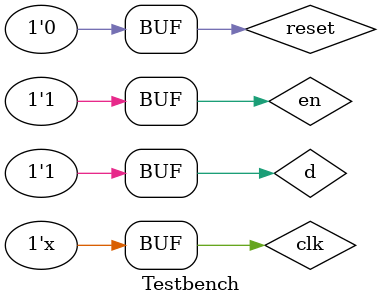
<source format=v>
`timescale 1ns / 1ps

module Testbench();

    reg clk, reset;
    reg en;
    reg d;
    wire q;
    
    DFF UUT(clk,reset,en,d,q);
    
    always #5 clk=~clk;
    
    initial
    begin
    
        clk=0;
        reset=1;
        en=0;
        d=1;
        
        #100;
        reset=0;
        en=0;
        d=1;
        
        #100;
        reset=0;
        en=1;
        d=1;
    
    end
    
endmodule

</source>
